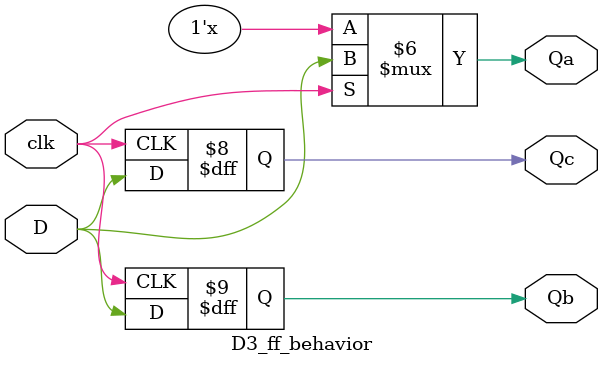
<source format=v>
`timescale 1ns / 1ps


module D3_ff_behavior(
    input D,
    input clk,
    output reg Qa,
    output reg Qb,
    output reg Qc
    );
    
    always @(clk or D)
        if(clk)
        begin
            Qa = D;
        end
        
    always @(posedge clk)
        if(clk)
        begin
            Qb <= D;
        end
        
    always @(negedge clk)
        if(~clk)
        begin
            Qc <= D;
        end
    
endmodule

</source>
